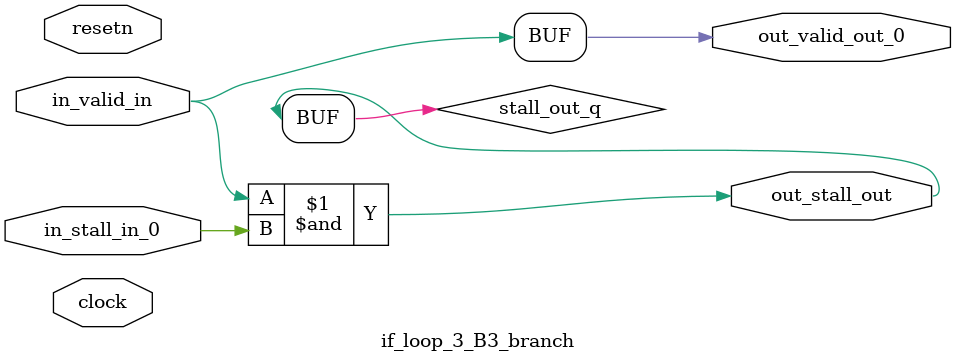
<source format=sv>



(* altera_attribute = "-name AUTO_SHIFT_REGISTER_RECOGNITION OFF; -name MESSAGE_DISABLE 10036; -name MESSAGE_DISABLE 10037; -name MESSAGE_DISABLE 14130; -name MESSAGE_DISABLE 14320; -name MESSAGE_DISABLE 15400; -name MESSAGE_DISABLE 14130; -name MESSAGE_DISABLE 10036; -name MESSAGE_DISABLE 12020; -name MESSAGE_DISABLE 12030; -name MESSAGE_DISABLE 12010; -name MESSAGE_DISABLE 12110; -name MESSAGE_DISABLE 14320; -name MESSAGE_DISABLE 13410; -name MESSAGE_DISABLE 113007; -name MESSAGE_DISABLE 10958" *)
module if_loop_3_B3_branch (
    input wire [0:0] in_stall_in_0,
    input wire [0:0] in_valid_in,
    output wire [0:0] out_stall_out,
    output wire [0:0] out_valid_out_0,
    input wire clock,
    input wire resetn
    );

    wire [0:0] stall_out_q;


    // stall_out(LOGICAL,6)
    assign stall_out_q = in_valid_in & in_stall_in_0;

    // out_stall_out(GPOUT,4)
    assign out_stall_out = stall_out_q;

    // out_valid_out_0(GPOUT,5)
    assign out_valid_out_0 = in_valid_in;

endmodule

</source>
